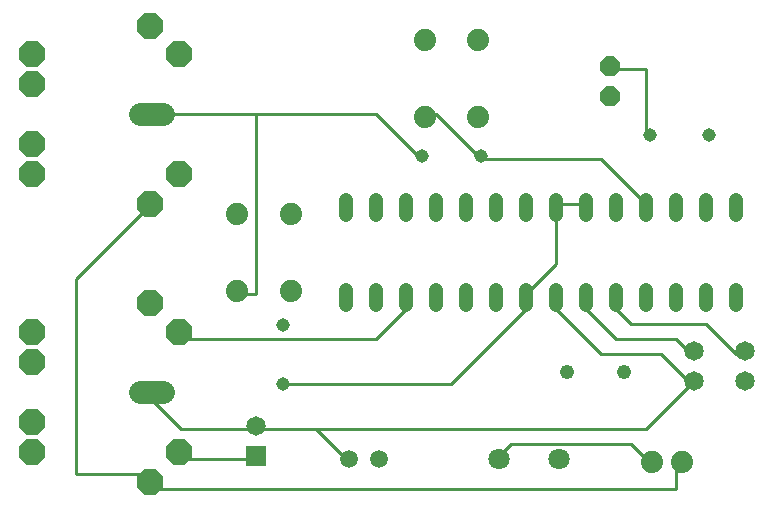
<source format=gbl>
G75*
G70*
%OFA0B0*%
%FSLAX24Y24*%
%IPPOS*%
%LPD*%
%AMOC8*
5,1,8,0,0,1.08239X$1,22.5*
%
%ADD10C,0.0480*%
%ADD11C,0.0740*%
%ADD12C,0.0450*%
%ADD13C,0.0480*%
%ADD14C,0.0650*%
%ADD15C,0.0780*%
%ADD16OC8,0.0860*%
%ADD17OC8,0.0660*%
%ADD18C,0.0591*%
%ADD19C,0.0709*%
%ADD20R,0.0650X0.0650*%
%ADD21C,0.0100*%
D10*
X014101Y007851D02*
X014101Y008331D01*
X015101Y008331D02*
X015101Y007851D01*
X016101Y007851D02*
X016101Y008331D01*
X017101Y008331D02*
X017101Y007851D01*
X018101Y007851D02*
X018101Y008331D01*
X019101Y008331D02*
X019101Y007851D01*
X020101Y007851D02*
X020101Y008331D01*
X021101Y008331D02*
X021101Y007851D01*
X022101Y007851D02*
X022101Y008331D01*
X023101Y008331D02*
X023101Y007851D01*
X024101Y007851D02*
X024101Y008331D01*
X025101Y008331D02*
X025101Y007851D01*
X026101Y007851D02*
X026101Y008331D01*
X027101Y008331D02*
X027101Y007851D01*
X027101Y010851D02*
X027101Y011331D01*
X026101Y011331D02*
X026101Y010851D01*
X025101Y010851D02*
X025101Y011331D01*
X024101Y011331D02*
X024101Y010851D01*
X023101Y010851D02*
X023101Y011331D01*
X022101Y011331D02*
X022101Y010851D01*
X021101Y010851D02*
X021101Y011331D01*
X020101Y011331D02*
X020101Y010851D01*
X019101Y010851D02*
X019101Y011331D01*
X018101Y011331D02*
X018101Y010851D01*
X017101Y010851D02*
X017101Y011331D01*
X016101Y011331D02*
X016101Y010851D01*
X015101Y010851D02*
X015101Y011331D01*
X014101Y011331D02*
X014101Y010851D01*
D11*
X012241Y010871D03*
X010461Y010871D03*
X010461Y008311D03*
X012241Y008311D03*
X016711Y014111D03*
X018491Y014111D03*
X018491Y016671D03*
X016711Y016671D03*
X024301Y002591D03*
X025301Y002591D03*
D12*
X012001Y005207D03*
X012001Y007176D03*
X016617Y012791D03*
X018585Y012791D03*
X024217Y013491D03*
X026185Y013491D03*
D13*
X023351Y005591D03*
X021451Y005591D03*
D14*
X025701Y005291D03*
X025701Y006291D03*
X027401Y006291D03*
X027401Y005291D03*
X011101Y003791D03*
D15*
X007983Y004941D02*
X007203Y004941D01*
X007203Y014191D02*
X007983Y014191D01*
D16*
X003632Y002941D03*
X003632Y003941D03*
X003632Y005941D03*
X003632Y006941D03*
X007554Y007902D03*
X008514Y006941D03*
X008514Y002941D03*
X007554Y001941D03*
X007554Y011191D03*
X008514Y012191D03*
X003632Y012191D03*
X003632Y013191D03*
X003632Y015191D03*
X003632Y016191D03*
X007554Y017152D03*
X008514Y016191D03*
D17*
X022901Y015791D03*
X022901Y014791D03*
D18*
X015201Y002691D03*
X014201Y002691D03*
D19*
X019201Y002691D03*
X021201Y002691D03*
D20*
X011101Y002791D03*
D21*
X011101Y002691D01*
X008601Y002691D01*
X008514Y002941D01*
X008601Y003691D02*
X011101Y003691D01*
X011101Y003791D01*
X011101Y003691D02*
X013101Y003691D01*
X024101Y003691D01*
X025601Y005191D01*
X025701Y005291D01*
X025601Y005191D02*
X024601Y006191D01*
X022601Y006191D01*
X021101Y007691D01*
X021101Y008091D01*
X020101Y008091D02*
X020101Y007691D01*
X017601Y005191D01*
X012101Y005191D01*
X012001Y005207D01*
X013101Y003691D02*
X014101Y002691D01*
X014201Y002691D01*
X019101Y002691D02*
X019201Y002691D01*
X019101Y002691D02*
X019601Y003191D01*
X023601Y003191D01*
X024101Y002691D01*
X024301Y002591D01*
X025101Y002691D02*
X025301Y002591D01*
X025101Y002691D02*
X025101Y001691D01*
X007601Y001691D01*
X007554Y001941D01*
X007601Y002191D01*
X005101Y002191D01*
X005101Y008691D01*
X007601Y011191D01*
X007554Y011191D01*
X010461Y008311D02*
X010601Y008191D01*
X011101Y008191D01*
X011101Y014191D01*
X007593Y014191D01*
X011101Y014191D02*
X015101Y014191D01*
X016601Y012691D01*
X016617Y012791D01*
X016711Y014111D02*
X016601Y014191D01*
X017101Y014191D01*
X018601Y012691D01*
X018585Y012791D01*
X018601Y012691D02*
X022601Y012691D01*
X024101Y011191D01*
X024101Y011091D01*
X022101Y011091D02*
X022101Y011191D01*
X021101Y011191D01*
X021101Y011091D01*
X021101Y009191D01*
X020101Y008191D01*
X020101Y008091D01*
X022101Y008091D02*
X022101Y007691D01*
X023101Y006691D01*
X025101Y006691D01*
X025601Y006191D01*
X025701Y006291D01*
X026101Y007191D02*
X023601Y007191D01*
X023101Y007691D01*
X023101Y008091D01*
X026101Y007191D02*
X027101Y006191D01*
X027401Y006291D01*
X024217Y013491D02*
X024101Y013691D01*
X024101Y015691D01*
X023101Y015691D01*
X022901Y015791D01*
X016101Y008091D02*
X016101Y007691D01*
X015101Y006691D01*
X008601Y006691D01*
X008514Y006941D01*
X007593Y004941D02*
X007601Y004691D01*
X008601Y003691D01*
M02*

</source>
